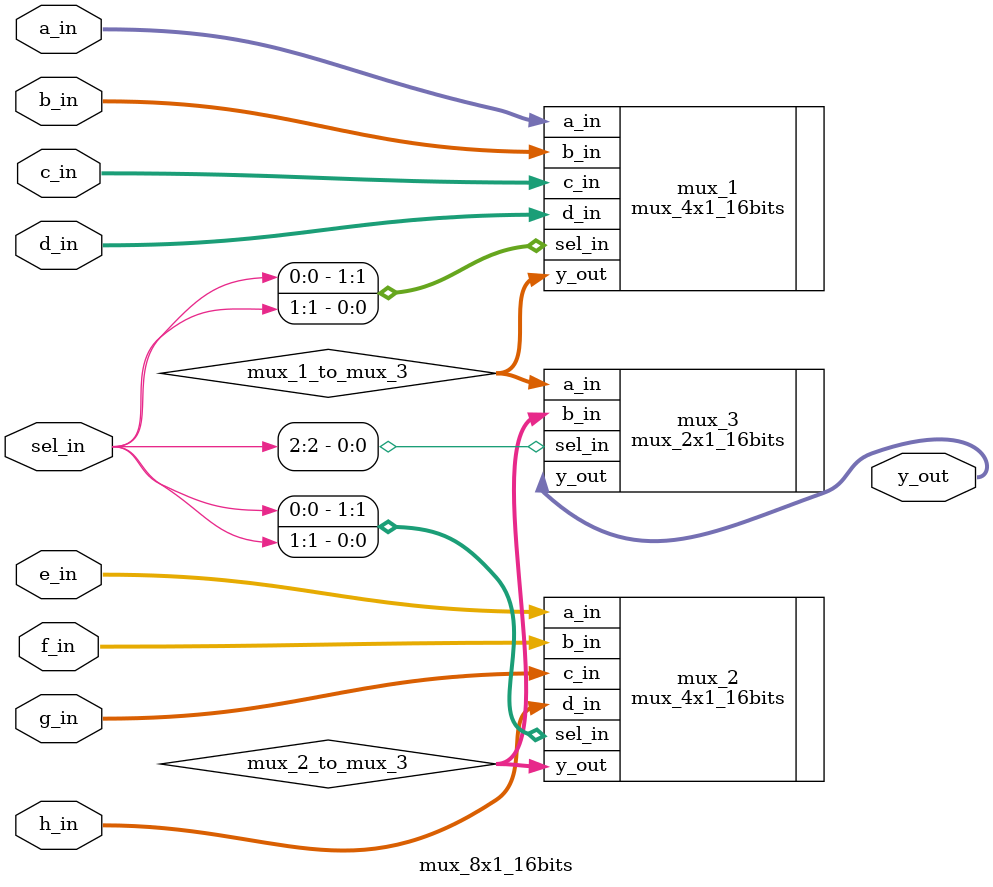
<source format=sv>
/*********************************************************/
// MODULE: 
//
// FILE NAME: mux_8x1_16bits.sv 
// VERSION: 0.1
// DATE: 2021-May-22 
// AUTHOR: KavinRaj D
//
// CODE TYPE: RTL or Behavioral Level
//
// DESCRIPTION:
//
/*********************************************************/

module mux_8x1_16bits
(
	input logic [15:0] a_in, b_in, c_in, d_in,
	input logic [15:0] e_in, f_in, g_in, h_in,
	input logic [2:0] sel_in,
	output logic [15:0] y_out
);

logic [15:0] mux_1_to_mux_3, mux_2_to_mux_3;

mux_4x1_16bits mux_1(
	.a_in( a_in ),
	.b_in( b_in ),
	.c_in( c_in ),
	.d_in( d_in ),
	.sel_in( {sel_in[0], sel_in[1]} ),
	.y_out( mux_1_to_mux_3 )
);
mux_4x1_16bits mux_2(
	.a_in( e_in ),
	.b_in( f_in ),
	.c_in( g_in ),
	.d_in( h_in ),
	.sel_in( {sel_in[0], sel_in[1]} ),
	.y_out( mux_2_to_mux_3 )
);
mux_2x1_16bits mux_3(
	.a_in( mux_1_to_mux_3 ),
	.b_in( mux_2_to_mux_3 ),
	.sel_in( sel_in[2] ),
	.y_out( y_out )
);

endmodule : mux_8x1_16bits

</source>
